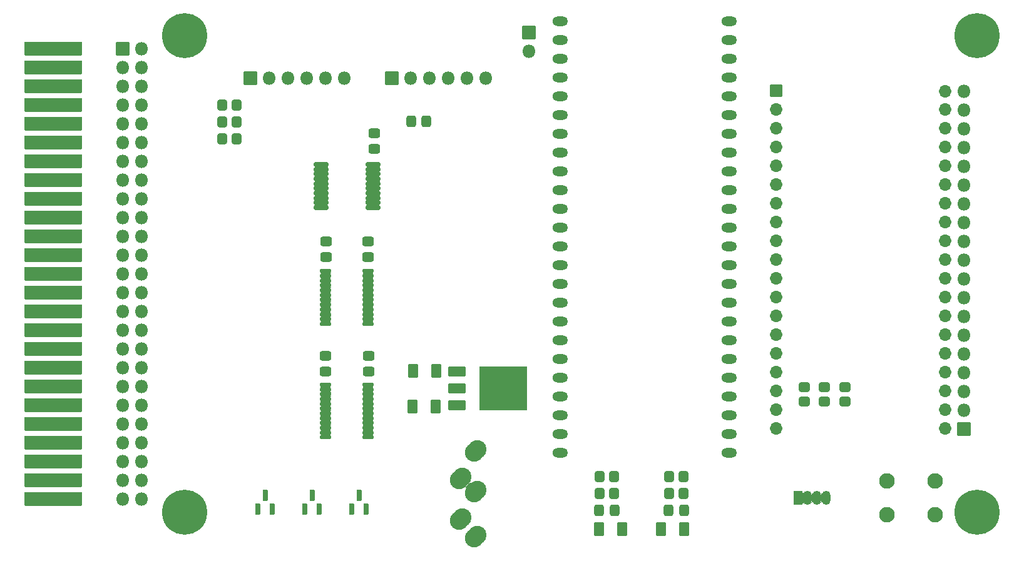
<source format=gbr>
%TF.GenerationSoftware,KiCad,Pcbnew,(6.0.7)*%
%TF.CreationDate,2022-09-12T23:00:32-07:00*%
%TF.ProjectId,TRS-IO-M3,5452532d-494f-42d4-9d33-2e6b69636164,rev?*%
%TF.SameCoordinates,Original*%
%TF.FileFunction,Soldermask,Top*%
%TF.FilePolarity,Negative*%
%FSLAX46Y46*%
G04 Gerber Fmt 4.6, Leading zero omitted, Abs format (unit mm)*
G04 Created by KiCad (PCBNEW (6.0.7)) date 2022-09-12 23:00:32*
%MOMM*%
%LPD*%
G01*
G04 APERTURE LIST*
G04 Aperture macros list*
%AMRoundRect*
0 Rectangle with rounded corners*
0 $1 Rounding radius*
0 $2 $3 $4 $5 $6 $7 $8 $9 X,Y pos of 4 corners*
0 Add a 4 corners polygon primitive as box body*
4,1,4,$2,$3,$4,$5,$6,$7,$8,$9,$2,$3,0*
0 Add four circle primitives for the rounded corners*
1,1,$1+$1,$2,$3*
1,1,$1+$1,$4,$5*
1,1,$1+$1,$6,$7*
1,1,$1+$1,$8,$9*
0 Add four rect primitives between the rounded corners*
20,1,$1+$1,$2,$3,$4,$5,0*
20,1,$1+$1,$4,$5,$6,$7,0*
20,1,$1+$1,$6,$7,$8,$9,0*
20,1,$1+$1,$8,$9,$2,$3,0*%
%AMHorizOval*
0 Thick line with rounded ends*
0 $1 width*
0 $2 $3 position (X,Y) of the first rounded end (center of the circle)*
0 $4 $5 position (X,Y) of the second rounded end (center of the circle)*
0 Add line between two ends*
20,1,$1,$2,$3,$4,$5,0*
0 Add two circle primitives to create the rounded ends*
1,1,$1,$2,$3*
1,1,$1,$4,$5*%
G04 Aperture macros list end*
%ADD10C,0.902000*%
%ADD11C,6.102000*%
%ADD12RoundRect,0.301000X0.350000X0.450000X-0.350000X0.450000X-0.350000X-0.450000X0.350000X-0.450000X0*%
%ADD13RoundRect,0.301000X-0.450000X0.350000X-0.450000X-0.350000X0.450000X-0.350000X0.450000X0.350000X0*%
%ADD14RoundRect,0.051000X0.850000X-0.850000X0.850000X0.850000X-0.850000X0.850000X-0.850000X-0.850000X0*%
%ADD15O,1.802000X1.802000*%
%ADD16RoundRect,0.301000X-0.475000X0.337500X-0.475000X-0.337500X0.475000X-0.337500X0.475000X0.337500X0*%
%ADD17O,2.102000X1.302000*%
%ADD18RoundRect,0.301000X0.475000X-0.337500X0.475000X0.337500X-0.475000X0.337500X-0.475000X-0.337500X0*%
%ADD19RoundRect,0.051000X-1.100000X-0.600000X1.100000X-0.600000X1.100000X0.600000X-1.100000X0.600000X0*%
%ADD20RoundRect,0.051000X-3.200000X-2.900000X3.200000X-2.900000X3.200000X2.900000X-3.200000X2.900000X0*%
%ADD21RoundRect,0.151000X-0.637500X-0.100000X0.637500X-0.100000X0.637500X0.100000X-0.637500X0.100000X0*%
%ADD22HorizOval,2.502000X-0.212132X-0.212132X0.212132X0.212132X0*%
%ADD23RoundRect,0.201000X0.150000X-0.587500X0.150000X0.587500X-0.150000X0.587500X-0.150000X-0.587500X0*%
%ADD24RoundRect,0.301000X-0.350000X-0.450000X0.350000X-0.450000X0.350000X0.450000X-0.350000X0.450000X0*%
%ADD25RoundRect,0.301000X0.412500X0.650000X-0.412500X0.650000X-0.412500X-0.650000X0.412500X-0.650000X0*%
%ADD26RoundRect,0.051000X-0.850000X-0.850000X0.850000X-0.850000X0.850000X0.850000X-0.850000X0.850000X0*%
%ADD27RoundRect,0.051000X-0.800000X-0.800000X0.800000X-0.800000X0.800000X0.800000X-0.800000X0.800000X0*%
%ADD28O,1.702000X1.702000*%
%ADD29RoundRect,0.301000X-0.337500X-0.475000X0.337500X-0.475000X0.337500X0.475000X-0.337500X0.475000X0*%
%ADD30RoundRect,0.051000X3.810000X-0.889000X3.810000X0.889000X-3.810000X0.889000X-3.810000X-0.889000X0*%
%ADD31RoundRect,0.051000X-0.535000X-0.900000X0.535000X-0.900000X0.535000X0.900000X-0.535000X0.900000X0*%
%ADD32O,1.172000X1.902000*%
%ADD33C,2.102000*%
%ADD34RoundRect,0.176000X-0.825000X-0.125000X0.825000X-0.125000X0.825000X0.125000X-0.825000X0.125000X0*%
%ADD35RoundRect,0.051000X0.850000X0.850000X-0.850000X0.850000X-0.850000X-0.850000X0.850000X-0.850000X0*%
G04 APERTURE END LIST*
D10*
%TO.C,H1*%
X123123010Y-62550990D03*
X126304990Y-59369010D03*
X124714000Y-63210000D03*
X122464000Y-60960000D03*
X124714000Y-58710000D03*
X126964000Y-60960000D03*
X123123010Y-59369010D03*
X126304990Y-62550990D03*
D11*
X124714000Y-60960000D03*
%TD*%
D10*
%TO.C,H2*%
X231950000Y-58710000D03*
X231950000Y-63210000D03*
X233540990Y-59369010D03*
X230359010Y-59369010D03*
X230359010Y-62550990D03*
X229700000Y-60960000D03*
D11*
X231950000Y-60960000D03*
D10*
X234200000Y-60960000D03*
X233540990Y-62550990D03*
%TD*%
%TO.C,H3*%
X123123010Y-123885010D03*
X126304990Y-127066990D03*
X124714000Y-123226000D03*
X122464000Y-125476000D03*
D11*
X124714000Y-125476000D03*
D10*
X123123010Y-127066990D03*
X126304990Y-123885010D03*
X124714000Y-127726000D03*
X126964000Y-125476000D03*
%TD*%
D11*
%TO.C,H4*%
X231950000Y-125476000D03*
D10*
X230359010Y-127066990D03*
X231950000Y-123226000D03*
X234200000Y-125476000D03*
X230359010Y-123885010D03*
X231950000Y-127726000D03*
X233540990Y-127066990D03*
X229700000Y-125476000D03*
X233540990Y-123885010D03*
%TD*%
D12*
%TO.C,R9*%
X131810000Y-72644000D03*
X129810000Y-72644000D03*
%TD*%
%TO.C,R8*%
X131810000Y-70358000D03*
X129810000Y-70358000D03*
%TD*%
D13*
%TO.C,R1*%
X208534000Y-108474000D03*
X208534000Y-110474000D03*
%TD*%
%TO.C,R2*%
X214068000Y-108474000D03*
X214068000Y-110474000D03*
%TD*%
D14*
%TO.C,J5*%
X133600000Y-66675000D03*
D15*
X136140000Y-66675000D03*
X138680000Y-66675000D03*
X141220000Y-66675000D03*
X143760000Y-66675000D03*
X146300000Y-66675000D03*
%TD*%
D16*
%TO.C,C6*%
X149650000Y-104312500D03*
X149650000Y-106387500D03*
%TD*%
D17*
%TO.C,U5*%
X175520000Y-58985000D03*
X175520000Y-61525000D03*
X175520000Y-64065000D03*
X175520000Y-66605000D03*
X175520000Y-69145000D03*
X175520000Y-71685000D03*
X175520000Y-74225000D03*
X175520000Y-76765000D03*
X175520000Y-79305000D03*
X175520000Y-81845000D03*
X175520000Y-84385000D03*
X175520000Y-86925000D03*
X175520000Y-89465000D03*
X175520000Y-92005000D03*
X175520000Y-94545000D03*
X175520000Y-97085000D03*
X175520000Y-99625000D03*
X175520000Y-102165000D03*
X175520000Y-104705000D03*
X175520000Y-107245000D03*
X175520000Y-109785000D03*
X175520000Y-112325000D03*
X175520000Y-114865000D03*
X175520000Y-117405000D03*
X198420000Y-117405000D03*
X198420000Y-114865000D03*
X198420000Y-112325000D03*
X198420000Y-109785000D03*
X198420000Y-107245000D03*
X198420000Y-104705000D03*
X198420000Y-102165000D03*
X198420000Y-99625000D03*
X198420000Y-97085000D03*
X198420000Y-94545000D03*
X198420000Y-92005000D03*
X198420000Y-89465000D03*
X198420000Y-86925000D03*
X198420000Y-84385000D03*
X198420000Y-81845000D03*
X198420000Y-79305000D03*
X198420000Y-76765000D03*
X198420000Y-74225000D03*
X198420000Y-71685000D03*
X198420000Y-69145000D03*
X198420000Y-66605000D03*
X198420000Y-64065000D03*
X198420000Y-61525000D03*
X198420000Y-58985000D03*
%TD*%
D18*
%TO.C,C1*%
X143850000Y-90887500D03*
X143850000Y-88812500D03*
%TD*%
D16*
%TO.C,C7*%
X150400000Y-74162500D03*
X150400000Y-76237500D03*
%TD*%
D19*
%TO.C,U4*%
X161544000Y-106433000D03*
X161544000Y-108713000D03*
D20*
X167844000Y-108713000D03*
D19*
X161544000Y-110993000D03*
%TD*%
D21*
%TO.C,U2*%
X143837500Y-108175000D03*
X143837500Y-108825000D03*
X143837500Y-109475000D03*
X143837500Y-110125000D03*
X143837500Y-110775000D03*
X143837500Y-111425000D03*
X143837500Y-112075000D03*
X143837500Y-112725000D03*
X143837500Y-113375000D03*
X143837500Y-114025000D03*
X143837500Y-114675000D03*
X143837500Y-115325000D03*
X149562500Y-115325000D03*
X149562500Y-114675000D03*
X149562500Y-114025000D03*
X149562500Y-113375000D03*
X149562500Y-112725000D03*
X149562500Y-112075000D03*
X149562500Y-111425000D03*
X149562500Y-110775000D03*
X149562500Y-110125000D03*
X149562500Y-109475000D03*
X149562500Y-108825000D03*
X149562500Y-108175000D03*
%TD*%
D16*
%TO.C,C3*%
X149600000Y-88812500D03*
X149600000Y-90887500D03*
%TD*%
D22*
%TO.C,J7*%
X162084000Y-120878000D03*
X164084000Y-122678000D03*
X164084000Y-128778000D03*
X162084000Y-126378000D03*
X164084000Y-117178000D03*
%TD*%
D23*
%TO.C,Q2*%
X141036000Y-124997500D03*
X142936000Y-124997500D03*
X141986000Y-123122500D03*
%TD*%
D24*
%TO.C,R7*%
X190262000Y-122936000D03*
X192262000Y-122936000D03*
%TD*%
D25*
%TO.C,C4*%
X158781500Y-106338000D03*
X155656500Y-106338000D03*
%TD*%
D26*
%TO.C,J4*%
X171300000Y-60475000D03*
D15*
X171300000Y-63015000D03*
%TD*%
D25*
%TO.C,C12*%
X192316500Y-127762000D03*
X189191500Y-127762000D03*
%TD*%
D27*
%TO.C,U6*%
X204750000Y-68400000D03*
D28*
X204750000Y-70940000D03*
X204750000Y-73480000D03*
X204750000Y-76020000D03*
X204750000Y-78560000D03*
X204750000Y-81100000D03*
X204750000Y-83640000D03*
X204750000Y-86180000D03*
X204750000Y-88720000D03*
X204750000Y-91260000D03*
X204750000Y-93800000D03*
X204750000Y-96340000D03*
X204750000Y-98880000D03*
X204750000Y-101420000D03*
X204750000Y-103960000D03*
X204750000Y-106500000D03*
X204750000Y-109040000D03*
X204750000Y-111580000D03*
X204750000Y-114120000D03*
X227610000Y-114120000D03*
X227610000Y-111580000D03*
X227610000Y-109040000D03*
X227610000Y-106500000D03*
X227610000Y-103960000D03*
X227610000Y-101420000D03*
X227610000Y-98880000D03*
X227610000Y-96340000D03*
X227610000Y-93800000D03*
X227610000Y-91260000D03*
X227610000Y-88720000D03*
X227610000Y-86180000D03*
X227610000Y-83640000D03*
X227610000Y-81100000D03*
X227610000Y-78560000D03*
X227610000Y-76020000D03*
X227610000Y-73480000D03*
X227610000Y-70940000D03*
X227610000Y-68463500D03*
%TD*%
D29*
%TO.C,C9*%
X180826500Y-125222000D03*
X182901500Y-125222000D03*
%TD*%
D30*
%TO.C,J1*%
X106934000Y-123698000D03*
X106934000Y-121158000D03*
X106934000Y-118618000D03*
X106934000Y-116078000D03*
X106934000Y-113538000D03*
X106934000Y-110998000D03*
X106934000Y-108458000D03*
X106934000Y-105918000D03*
X106934000Y-103378000D03*
X106934000Y-100838000D03*
X106934000Y-98298000D03*
X106934000Y-95758000D03*
X106934000Y-93218000D03*
X106934000Y-90678000D03*
X106934000Y-88138000D03*
X106934000Y-85598000D03*
X106934000Y-83058000D03*
X106934000Y-80518000D03*
X106934000Y-77978000D03*
X106934000Y-75438000D03*
X106934000Y-72898000D03*
X106934000Y-70358000D03*
X106934000Y-67818000D03*
X106934000Y-65278000D03*
X106934000Y-62738000D03*
%TD*%
D23*
%TO.C,Q1*%
X147386000Y-124997500D03*
X149286000Y-124997500D03*
X148336000Y-123122500D03*
%TD*%
D14*
%TO.C,J6*%
X152800000Y-66675000D03*
D15*
X155340000Y-66675000D03*
X157880000Y-66675000D03*
X160420000Y-66675000D03*
X162960000Y-66675000D03*
X165500000Y-66675000D03*
%TD*%
D13*
%TO.C,R3*%
X211274000Y-108474000D03*
X211274000Y-110474000D03*
%TD*%
D29*
%TO.C,C10*%
X190224500Y-125222000D03*
X192299500Y-125222000D03*
%TD*%
D24*
%TO.C,R4*%
X180864000Y-120650000D03*
X182864000Y-120650000D03*
%TD*%
%TO.C,R6*%
X180864000Y-122936000D03*
X182864000Y-122936000D03*
%TD*%
D31*
%TO.C,D1*%
X207750000Y-123500000D03*
D32*
X209020000Y-123500000D03*
X210290000Y-123500000D03*
X211560000Y-123500000D03*
%TD*%
D24*
%TO.C,R5*%
X190262000Y-120650000D03*
X192262000Y-120650000D03*
%TD*%
D15*
%TO.C,J2*%
X118867000Y-123703000D03*
X116327000Y-123703000D03*
X118867000Y-121163000D03*
X116327000Y-121163000D03*
X118867000Y-118623000D03*
X116327000Y-118623000D03*
X118867000Y-116083000D03*
X116327000Y-116083000D03*
X118867000Y-113543000D03*
X116327000Y-113543000D03*
X118867000Y-111003000D03*
X116327000Y-111003000D03*
X118867000Y-108463000D03*
X116327000Y-108463000D03*
X118867000Y-105923000D03*
X116327000Y-105923000D03*
X118867000Y-103383000D03*
X116327000Y-103383000D03*
X118867000Y-100843000D03*
X116327000Y-100843000D03*
X118867000Y-98303000D03*
X116327000Y-98303000D03*
X118867000Y-95763000D03*
X116327000Y-95763000D03*
X118867000Y-93223000D03*
X116327000Y-93223000D03*
X118867000Y-90683000D03*
X116327000Y-90683000D03*
X118867000Y-88143000D03*
X116327000Y-88143000D03*
X118867000Y-85603000D03*
X116327000Y-85603000D03*
X118867000Y-83063000D03*
X116327000Y-83063000D03*
X118867000Y-80523000D03*
X116327000Y-80523000D03*
X118867000Y-77983000D03*
X116327000Y-77983000D03*
X118867000Y-75443000D03*
X116327000Y-75443000D03*
X118867000Y-72903000D03*
X116327000Y-72903000D03*
X118867000Y-70363000D03*
X116327000Y-70363000D03*
X118867000Y-67823000D03*
X116327000Y-67823000D03*
X118867000Y-65283000D03*
X116327000Y-65283000D03*
X118867000Y-62743000D03*
D26*
X116327000Y-62743000D03*
%TD*%
D25*
%TO.C,C11*%
X183934500Y-127762000D03*
X180809500Y-127762000D03*
%TD*%
D18*
%TO.C,C2*%
X143800000Y-106387500D03*
X143800000Y-104312500D03*
%TD*%
D33*
%TO.C,SW1*%
X226250000Y-125750000D03*
X219750000Y-125750000D03*
X226250000Y-121250000D03*
X219750000Y-121250000D03*
%TD*%
D21*
%TO.C,U1*%
X143837500Y-92800000D03*
X143837500Y-93450000D03*
X143837500Y-94100000D03*
X143837500Y-94750000D03*
X143837500Y-95400000D03*
X143837500Y-96050000D03*
X143837500Y-96700000D03*
X143837500Y-97350000D03*
X143837500Y-98000000D03*
X143837500Y-98650000D03*
X143837500Y-99300000D03*
X143837500Y-99950000D03*
X149562500Y-99950000D03*
X149562500Y-99300000D03*
X149562500Y-98650000D03*
X149562500Y-98000000D03*
X149562500Y-97350000D03*
X149562500Y-96700000D03*
X149562500Y-96050000D03*
X149562500Y-95400000D03*
X149562500Y-94750000D03*
X149562500Y-94100000D03*
X149562500Y-93450000D03*
X149562500Y-92800000D03*
%TD*%
D25*
%TO.C,C5*%
X158731500Y-111138000D03*
X155606500Y-111138000D03*
%TD*%
D29*
%TO.C,C8*%
X155375000Y-72550000D03*
X157450000Y-72550000D03*
%TD*%
D34*
%TO.C,U3*%
X143200000Y-78375000D03*
X143200000Y-79025000D03*
X143200000Y-79675000D03*
X143200000Y-80325000D03*
X143200000Y-80975000D03*
X143200000Y-81625000D03*
X143200000Y-82275000D03*
X143200000Y-82925000D03*
X143200000Y-83575000D03*
X143200000Y-84225000D03*
X150200000Y-84225000D03*
X150200000Y-83575000D03*
X150200000Y-82925000D03*
X150200000Y-82275000D03*
X150200000Y-81625000D03*
X150200000Y-80975000D03*
X150200000Y-80325000D03*
X150200000Y-79675000D03*
X150200000Y-79025000D03*
X150200000Y-78375000D03*
%TD*%
D35*
%TO.C,J3*%
X230150000Y-114150000D03*
D15*
X230150000Y-111610000D03*
X230150000Y-109070000D03*
X230150000Y-106530000D03*
X230150000Y-103990000D03*
X230150000Y-101450000D03*
X230150000Y-98910000D03*
X230150000Y-96370000D03*
X230150000Y-93830000D03*
X230150000Y-91290000D03*
X230150000Y-88750000D03*
X230150000Y-86210000D03*
X230150000Y-83670000D03*
X230150000Y-81130000D03*
X230150000Y-78590000D03*
X230150000Y-76050000D03*
X230150000Y-73510000D03*
X230150000Y-70970000D03*
X230150000Y-68430000D03*
%TD*%
D12*
%TO.C,R10*%
X131810000Y-74930000D03*
X129810000Y-74930000D03*
%TD*%
D23*
%TO.C,Q3*%
X134686000Y-124997500D03*
X136586000Y-124997500D03*
X135636000Y-123122500D03*
%TD*%
G36*
X208337919Y-122702267D02*
G01*
X208357595Y-122769279D01*
X208409938Y-122814634D01*
X208478491Y-122824491D01*
X208541647Y-122795648D01*
X208561702Y-122773450D01*
X208583559Y-122742350D01*
X208583880Y-122741993D01*
X208592637Y-122734354D01*
X208594600Y-122733969D01*
X208595915Y-122735476D01*
X208595539Y-122737079D01*
X208514255Y-122843010D01*
X208455916Y-122983854D01*
X208436000Y-123135132D01*
X208436000Y-123864868D01*
X208455916Y-124016146D01*
X208514255Y-124156990D01*
X208593646Y-124260455D01*
X208593907Y-124262438D01*
X208592320Y-124263656D01*
X208590728Y-124263166D01*
X208579790Y-124253420D01*
X208579473Y-124253060D01*
X208562528Y-124228406D01*
X208508578Y-124184506D01*
X208439750Y-124176775D01*
X208377671Y-124207481D01*
X208341962Y-124267018D01*
X208337984Y-124298092D01*
X208336772Y-124299683D01*
X208334788Y-124299429D01*
X208334000Y-124297838D01*
X208334000Y-122702830D01*
X208335000Y-122701098D01*
X208337000Y-122701098D01*
X208337919Y-122702267D01*
G37*
G36*
X211049359Y-122853141D02*
G01*
X211049393Y-122854748D01*
X210995916Y-122983854D01*
X210976000Y-123135132D01*
X210976000Y-123864868D01*
X210995916Y-124016146D01*
X211048204Y-124142380D01*
X211047943Y-124144363D01*
X211046095Y-124145128D01*
X211044708Y-124144278D01*
X211031993Y-124125778D01*
X211031466Y-124125820D01*
X211030730Y-124125220D01*
X210997864Y-124081704D01*
X210932869Y-124057778D01*
X210865259Y-124072789D01*
X210816329Y-124122137D01*
X210810003Y-124135800D01*
X210807504Y-124142209D01*
X210807277Y-124142633D01*
X210804091Y-124147167D01*
X210802277Y-124148009D01*
X210800641Y-124146859D01*
X210800607Y-124145252D01*
X210854084Y-124016146D01*
X210874000Y-123864868D01*
X210874000Y-123135132D01*
X210854084Y-122983854D01*
X210801796Y-122857620D01*
X210802057Y-122855637D01*
X210803905Y-122854872D01*
X210805292Y-122855722D01*
X210818007Y-122874222D01*
X210818534Y-122874180D01*
X210819270Y-122874780D01*
X210852136Y-122918296D01*
X210917131Y-122942222D01*
X210984741Y-122927211D01*
X211033671Y-122877863D01*
X211039997Y-122864200D01*
X211042496Y-122857791D01*
X211042723Y-122857367D01*
X211045909Y-122852833D01*
X211047723Y-122851991D01*
X211049359Y-122853141D01*
G37*
G36*
X209779359Y-122853141D02*
G01*
X209779393Y-122854748D01*
X209725916Y-122983854D01*
X209706000Y-123135132D01*
X209706000Y-123864868D01*
X209725916Y-124016146D01*
X209778204Y-124142380D01*
X209777943Y-124144363D01*
X209776095Y-124145128D01*
X209774708Y-124144278D01*
X209761993Y-124125778D01*
X209761466Y-124125820D01*
X209760730Y-124125220D01*
X209727864Y-124081704D01*
X209662869Y-124057778D01*
X209595259Y-124072789D01*
X209546329Y-124122137D01*
X209540003Y-124135800D01*
X209537504Y-124142209D01*
X209537277Y-124142633D01*
X209534091Y-124147167D01*
X209532277Y-124148009D01*
X209530641Y-124146859D01*
X209530607Y-124145252D01*
X209584084Y-124016146D01*
X209604000Y-123864868D01*
X209604000Y-123135132D01*
X209584084Y-122983854D01*
X209531796Y-122857620D01*
X209532057Y-122855637D01*
X209533905Y-122854872D01*
X209535292Y-122855722D01*
X209548007Y-122874222D01*
X209548534Y-122874180D01*
X209549270Y-122874780D01*
X209582136Y-122918296D01*
X209647131Y-122942222D01*
X209714741Y-122927211D01*
X209763671Y-122877863D01*
X209769997Y-122864200D01*
X209772496Y-122857791D01*
X209772723Y-122857367D01*
X209775909Y-122852833D01*
X209777723Y-122851991D01*
X209779359Y-122853141D01*
G37*
G36*
X163367960Y-121303711D02*
G01*
X163368173Y-121305207D01*
X163351340Y-121372290D01*
X163373477Y-121437914D01*
X163427580Y-121481153D01*
X163496549Y-121488286D01*
X163536581Y-121471618D01*
X163538565Y-121471875D01*
X163539333Y-121473721D01*
X163538448Y-121475136D01*
X163520292Y-121487062D01*
X163412917Y-121582729D01*
X162988755Y-122006891D01*
X162846259Y-122177315D01*
X162803503Y-122252274D01*
X162801776Y-122253283D01*
X162800039Y-122252292D01*
X162799826Y-122250796D01*
X162816659Y-122183711D01*
X162794523Y-122118087D01*
X162740420Y-122074848D01*
X162671451Y-122067715D01*
X162631416Y-122084384D01*
X162629432Y-122084127D01*
X162628664Y-122082281D01*
X162629549Y-122080866D01*
X162647708Y-122068938D01*
X162755083Y-121973271D01*
X163179245Y-121549109D01*
X163321741Y-121378685D01*
X163364496Y-121303729D01*
X163366223Y-121302720D01*
X163367960Y-121303711D01*
G37*
G36*
X144552587Y-114902477D02*
G01*
X144552126Y-114903891D01*
X144512803Y-114950944D01*
X144504170Y-115019660D01*
X144534133Y-115082289D01*
X144542803Y-115089800D01*
X144543457Y-115091690D01*
X144542147Y-115093202D01*
X144540382Y-115092975D01*
X144532006Y-115087379D01*
X144474801Y-115076000D01*
X143200199Y-115076000D01*
X143142994Y-115087379D01*
X143125520Y-115099055D01*
X143123524Y-115099186D01*
X143122413Y-115097523D01*
X143122874Y-115096109D01*
X143162197Y-115049056D01*
X143170830Y-114980340D01*
X143140867Y-114917711D01*
X143132197Y-114910200D01*
X143131543Y-114908310D01*
X143132853Y-114906798D01*
X143134618Y-114907025D01*
X143142994Y-114912621D01*
X143200199Y-114924000D01*
X144474801Y-114924000D01*
X144532006Y-114912621D01*
X144549480Y-114900945D01*
X144551476Y-114900814D01*
X144552587Y-114902477D01*
G37*
G36*
X150277587Y-114902477D02*
G01*
X150277126Y-114903891D01*
X150237803Y-114950944D01*
X150229170Y-115019660D01*
X150259133Y-115082289D01*
X150267803Y-115089800D01*
X150268457Y-115091690D01*
X150267147Y-115093202D01*
X150265382Y-115092975D01*
X150257006Y-115087379D01*
X150199801Y-115076000D01*
X148925199Y-115076000D01*
X148867994Y-115087379D01*
X148850520Y-115099055D01*
X148848524Y-115099186D01*
X148847413Y-115097523D01*
X148847874Y-115096109D01*
X148887197Y-115049056D01*
X148895830Y-114980340D01*
X148865867Y-114917711D01*
X148857197Y-114910200D01*
X148856543Y-114908310D01*
X148857853Y-114906798D01*
X148859618Y-114907025D01*
X148867994Y-114912621D01*
X148925199Y-114924000D01*
X150199801Y-114924000D01*
X150257006Y-114912621D01*
X150274480Y-114900945D01*
X150276476Y-114900814D01*
X150277587Y-114902477D01*
G37*
G36*
X144552587Y-114252477D02*
G01*
X144552126Y-114253891D01*
X144512803Y-114300944D01*
X144504170Y-114369660D01*
X144534133Y-114432289D01*
X144542803Y-114439800D01*
X144543457Y-114441690D01*
X144542147Y-114443202D01*
X144540382Y-114442975D01*
X144532006Y-114437379D01*
X144474801Y-114426000D01*
X143200199Y-114426000D01*
X143142994Y-114437379D01*
X143125520Y-114449055D01*
X143123524Y-114449186D01*
X143122413Y-114447523D01*
X143122874Y-114446109D01*
X143162197Y-114399056D01*
X143170830Y-114330340D01*
X143140867Y-114267711D01*
X143132197Y-114260200D01*
X143131543Y-114258310D01*
X143132853Y-114256798D01*
X143134618Y-114257025D01*
X143142994Y-114262621D01*
X143200199Y-114274000D01*
X144474801Y-114274000D01*
X144532006Y-114262621D01*
X144549480Y-114250945D01*
X144551476Y-114250814D01*
X144552587Y-114252477D01*
G37*
G36*
X150277587Y-114252477D02*
G01*
X150277126Y-114253891D01*
X150237803Y-114300944D01*
X150229170Y-114369660D01*
X150259133Y-114432289D01*
X150267803Y-114439800D01*
X150268457Y-114441690D01*
X150267147Y-114443202D01*
X150265382Y-114442975D01*
X150257006Y-114437379D01*
X150199801Y-114426000D01*
X148925199Y-114426000D01*
X148867994Y-114437379D01*
X148850520Y-114449055D01*
X148848524Y-114449186D01*
X148847413Y-114447523D01*
X148847874Y-114446109D01*
X148887197Y-114399056D01*
X148895830Y-114330340D01*
X148865867Y-114267711D01*
X148857197Y-114260200D01*
X148856543Y-114258310D01*
X148857853Y-114256798D01*
X148859618Y-114257025D01*
X148867994Y-114262621D01*
X148925199Y-114274000D01*
X150199801Y-114274000D01*
X150257006Y-114262621D01*
X150274480Y-114250945D01*
X150276476Y-114250814D01*
X150277587Y-114252477D01*
G37*
G36*
X144552587Y-113602477D02*
G01*
X144552126Y-113603891D01*
X144512803Y-113650944D01*
X144504170Y-113719660D01*
X144534133Y-113782289D01*
X144542803Y-113789800D01*
X144543457Y-113791690D01*
X144542147Y-113793202D01*
X144540382Y-113792975D01*
X144532006Y-113787379D01*
X144474801Y-113776000D01*
X143200199Y-113776000D01*
X143142994Y-113787379D01*
X143125520Y-113799055D01*
X143123524Y-113799186D01*
X143122413Y-113797523D01*
X143122874Y-113796109D01*
X143162197Y-113749056D01*
X143170830Y-113680340D01*
X143140867Y-113617711D01*
X143132197Y-113610200D01*
X143131543Y-113608310D01*
X143132853Y-113606798D01*
X143134618Y-113607025D01*
X143142994Y-113612621D01*
X143200199Y-113624000D01*
X144474801Y-113624000D01*
X144532006Y-113612621D01*
X144549480Y-113600945D01*
X144551476Y-113600814D01*
X144552587Y-113602477D01*
G37*
G36*
X150277587Y-113602477D02*
G01*
X150277126Y-113603891D01*
X150237803Y-113650944D01*
X150229170Y-113719660D01*
X150259133Y-113782289D01*
X150267803Y-113789800D01*
X150268457Y-113791690D01*
X150267147Y-113793202D01*
X150265382Y-113792975D01*
X150257006Y-113787379D01*
X150199801Y-113776000D01*
X148925199Y-113776000D01*
X148867994Y-113787379D01*
X148850520Y-113799055D01*
X148848524Y-113799186D01*
X148847413Y-113797523D01*
X148847874Y-113796109D01*
X148887197Y-113749056D01*
X148895830Y-113680340D01*
X148865867Y-113617711D01*
X148857197Y-113610200D01*
X148856543Y-113608310D01*
X148857853Y-113606798D01*
X148859618Y-113607025D01*
X148867994Y-113612621D01*
X148925199Y-113624000D01*
X150199801Y-113624000D01*
X150257006Y-113612621D01*
X150274480Y-113600945D01*
X150276476Y-113600814D01*
X150277587Y-113602477D01*
G37*
G36*
X150277587Y-112952477D02*
G01*
X150277126Y-112953891D01*
X150237803Y-113000944D01*
X150229170Y-113069660D01*
X150259133Y-113132289D01*
X150267803Y-113139800D01*
X150268457Y-113141690D01*
X150267147Y-113143202D01*
X150265382Y-113142975D01*
X150257006Y-113137379D01*
X150199801Y-113126000D01*
X148925199Y-113126000D01*
X148867994Y-113137379D01*
X148850520Y-113149055D01*
X148848524Y-113149186D01*
X148847413Y-113147523D01*
X148847874Y-113146109D01*
X148887197Y-113099056D01*
X148895830Y-113030340D01*
X148865867Y-112967711D01*
X148857197Y-112960200D01*
X148856543Y-112958310D01*
X148857853Y-112956798D01*
X148859618Y-112957025D01*
X148867994Y-112962621D01*
X148925199Y-112974000D01*
X150199801Y-112974000D01*
X150257006Y-112962621D01*
X150274480Y-112950945D01*
X150276476Y-112950814D01*
X150277587Y-112952477D01*
G37*
G36*
X144552587Y-112952477D02*
G01*
X144552126Y-112953891D01*
X144512803Y-113000944D01*
X144504170Y-113069660D01*
X144534133Y-113132289D01*
X144542803Y-113139800D01*
X144543457Y-113141690D01*
X144542147Y-113143202D01*
X144540382Y-113142975D01*
X144532006Y-113137379D01*
X144474801Y-113126000D01*
X143200199Y-113126000D01*
X143142994Y-113137379D01*
X143125520Y-113149055D01*
X143123524Y-113149186D01*
X143122413Y-113147523D01*
X143122874Y-113146109D01*
X143162197Y-113099056D01*
X143170830Y-113030340D01*
X143140867Y-112967711D01*
X143132197Y-112960200D01*
X143131543Y-112958310D01*
X143132853Y-112956798D01*
X143134618Y-112957025D01*
X143142994Y-112962621D01*
X143200199Y-112974000D01*
X144474801Y-112974000D01*
X144532006Y-112962621D01*
X144549480Y-112950945D01*
X144551476Y-112950814D01*
X144552587Y-112952477D01*
G37*
G36*
X150277587Y-112302477D02*
G01*
X150277126Y-112303891D01*
X150237803Y-112350944D01*
X150229170Y-112419660D01*
X150259133Y-112482289D01*
X150267803Y-112489800D01*
X150268457Y-112491690D01*
X150267147Y-112493202D01*
X150265382Y-112492975D01*
X150257006Y-112487379D01*
X150199801Y-112476000D01*
X148925199Y-112476000D01*
X148867994Y-112487379D01*
X148850520Y-112499055D01*
X148848524Y-112499186D01*
X148847413Y-112497523D01*
X148847874Y-112496109D01*
X148887197Y-112449056D01*
X148895830Y-112380340D01*
X148865867Y-112317711D01*
X148857197Y-112310200D01*
X148856543Y-112308310D01*
X148857853Y-112306798D01*
X148859618Y-112307025D01*
X148867994Y-112312621D01*
X148925199Y-112324000D01*
X150199801Y-112324000D01*
X150257006Y-112312621D01*
X150274480Y-112300945D01*
X150276476Y-112300814D01*
X150277587Y-112302477D01*
G37*
G36*
X144552587Y-112302477D02*
G01*
X144552126Y-112303891D01*
X144512803Y-112350944D01*
X144504170Y-112419660D01*
X144534133Y-112482289D01*
X144542803Y-112489800D01*
X144543457Y-112491690D01*
X144542147Y-112493202D01*
X144540382Y-112492975D01*
X144532006Y-112487379D01*
X144474801Y-112476000D01*
X143200199Y-112476000D01*
X143142994Y-112487379D01*
X143125520Y-112499055D01*
X143123524Y-112499186D01*
X143122413Y-112497523D01*
X143122874Y-112496109D01*
X143162197Y-112449056D01*
X143170830Y-112380340D01*
X143140867Y-112317711D01*
X143132197Y-112310200D01*
X143131543Y-112308310D01*
X143132853Y-112306798D01*
X143134618Y-112307025D01*
X143142994Y-112312621D01*
X143200199Y-112324000D01*
X144474801Y-112324000D01*
X144532006Y-112312621D01*
X144549480Y-112300945D01*
X144551476Y-112300814D01*
X144552587Y-112302477D01*
G37*
G36*
X150277587Y-111652477D02*
G01*
X150277126Y-111653891D01*
X150237803Y-111700944D01*
X150229170Y-111769660D01*
X150259133Y-111832289D01*
X150267803Y-111839800D01*
X150268457Y-111841690D01*
X150267147Y-111843202D01*
X150265382Y-111842975D01*
X150257006Y-111837379D01*
X150199801Y-111826000D01*
X148925199Y-111826000D01*
X148867994Y-111837379D01*
X148850520Y-111849055D01*
X148848524Y-111849186D01*
X148847413Y-111847523D01*
X148847874Y-111846109D01*
X148887197Y-111799056D01*
X148895830Y-111730340D01*
X148865867Y-111667711D01*
X148857197Y-111660200D01*
X148856543Y-111658310D01*
X148857853Y-111656798D01*
X148859618Y-111657025D01*
X148867994Y-111662621D01*
X148925199Y-111674000D01*
X150199801Y-111674000D01*
X150257006Y-111662621D01*
X150274480Y-111650945D01*
X150276476Y-111650814D01*
X150277587Y-111652477D01*
G37*
G36*
X144552587Y-111652477D02*
G01*
X144552126Y-111653891D01*
X144512803Y-111700944D01*
X144504170Y-111769660D01*
X144534133Y-111832289D01*
X144542803Y-111839800D01*
X144543457Y-111841690D01*
X144542147Y-111843202D01*
X144540382Y-111842975D01*
X144532006Y-111837379D01*
X144474801Y-111826000D01*
X143200199Y-111826000D01*
X143142994Y-111837379D01*
X143125520Y-111849055D01*
X143123524Y-111849186D01*
X143122413Y-111847523D01*
X143122874Y-111846109D01*
X143162197Y-111799056D01*
X143170830Y-111730340D01*
X143140867Y-111667711D01*
X143132197Y-111660200D01*
X143131543Y-111658310D01*
X143132853Y-111656798D01*
X143134618Y-111657025D01*
X143142994Y-111662621D01*
X143200199Y-111674000D01*
X144474801Y-111674000D01*
X144532006Y-111662621D01*
X144549480Y-111650945D01*
X144551476Y-111650814D01*
X144552587Y-111652477D01*
G37*
G36*
X144552587Y-111002477D02*
G01*
X144552126Y-111003891D01*
X144512803Y-111050944D01*
X144504170Y-111119660D01*
X144534133Y-111182289D01*
X144542803Y-111189800D01*
X144543457Y-111191690D01*
X144542147Y-111193202D01*
X144540382Y-111192975D01*
X144532006Y-111187379D01*
X144474801Y-111176000D01*
X143200199Y-111176000D01*
X143142994Y-111187379D01*
X143125520Y-111199055D01*
X143123524Y-111199186D01*
X143122413Y-111197523D01*
X143122874Y-111196109D01*
X143162197Y-111149056D01*
X143170830Y-111080340D01*
X143140867Y-111017711D01*
X143132197Y-111010200D01*
X143131543Y-111008310D01*
X143132853Y-111006798D01*
X143134618Y-111007025D01*
X143142994Y-111012621D01*
X143200199Y-111024000D01*
X144474801Y-111024000D01*
X144532006Y-111012621D01*
X144549480Y-111000945D01*
X144551476Y-111000814D01*
X144552587Y-111002477D01*
G37*
G36*
X150277587Y-111002477D02*
G01*
X150277126Y-111003891D01*
X150237803Y-111050944D01*
X150229170Y-111119660D01*
X150259133Y-111182289D01*
X150267803Y-111189800D01*
X150268457Y-111191690D01*
X150267147Y-111193202D01*
X150265382Y-111192975D01*
X150257006Y-111187379D01*
X150199801Y-111176000D01*
X148925199Y-111176000D01*
X148867994Y-111187379D01*
X148850520Y-111199055D01*
X148848524Y-111199186D01*
X148847413Y-111197523D01*
X148847874Y-111196109D01*
X148887197Y-111149056D01*
X148895830Y-111080340D01*
X148865867Y-111017711D01*
X148857197Y-111010200D01*
X148856543Y-111008310D01*
X148857853Y-111006798D01*
X148859618Y-111007025D01*
X148867994Y-111012621D01*
X148925199Y-111024000D01*
X150199801Y-111024000D01*
X150257006Y-111012621D01*
X150274480Y-111000945D01*
X150276476Y-111000814D01*
X150277587Y-111002477D01*
G37*
G36*
X144552587Y-110352477D02*
G01*
X144552126Y-110353891D01*
X144512803Y-110400944D01*
X144504170Y-110469660D01*
X144534133Y-110532289D01*
X144542803Y-110539800D01*
X144543457Y-110541690D01*
X144542147Y-110543202D01*
X144540382Y-110542975D01*
X144532006Y-110537379D01*
X144474801Y-110526000D01*
X143200199Y-110526000D01*
X143142994Y-110537379D01*
X143125520Y-110549055D01*
X143123524Y-110549186D01*
X143122413Y-110547523D01*
X143122874Y-110546109D01*
X143162197Y-110499056D01*
X143170830Y-110430340D01*
X143140867Y-110367711D01*
X143132197Y-110360200D01*
X143131543Y-110358310D01*
X143132853Y-110356798D01*
X143134618Y-110357025D01*
X143142994Y-110362621D01*
X143200199Y-110374000D01*
X144474801Y-110374000D01*
X144532006Y-110362621D01*
X144549480Y-110350945D01*
X144551476Y-110350814D01*
X144552587Y-110352477D01*
G37*
G36*
X150277587Y-110352477D02*
G01*
X150277126Y-110353891D01*
X150237803Y-110400944D01*
X150229170Y-110469660D01*
X150259133Y-110532289D01*
X150267803Y-110539800D01*
X150268457Y-110541690D01*
X150267147Y-110543202D01*
X150265382Y-110542975D01*
X150257006Y-110537379D01*
X150199801Y-110526000D01*
X148925199Y-110526000D01*
X148867994Y-110537379D01*
X148850520Y-110549055D01*
X148848524Y-110549186D01*
X148847413Y-110547523D01*
X148847874Y-110546109D01*
X148887197Y-110499056D01*
X148895830Y-110430340D01*
X148865867Y-110367711D01*
X148857197Y-110360200D01*
X148856543Y-110358310D01*
X148857853Y-110356798D01*
X148859618Y-110357025D01*
X148867994Y-110362621D01*
X148925199Y-110374000D01*
X150199801Y-110374000D01*
X150257006Y-110362621D01*
X150274480Y-110350945D01*
X150276476Y-110350814D01*
X150277587Y-110352477D01*
G37*
G36*
X144552587Y-109702477D02*
G01*
X144552126Y-109703891D01*
X144512803Y-109750944D01*
X144504170Y-109819660D01*
X144534133Y-109882289D01*
X144542803Y-109889800D01*
X144543457Y-109891690D01*
X144542147Y-109893202D01*
X144540382Y-109892975D01*
X144532006Y-109887379D01*
X144474801Y-109876000D01*
X143200199Y-109876000D01*
X143142994Y-109887379D01*
X143125520Y-109899055D01*
X143123524Y-109899186D01*
X143122413Y-109897523D01*
X143122874Y-109896109D01*
X143162197Y-109849056D01*
X143170830Y-109780340D01*
X143140867Y-109717711D01*
X143132197Y-109710200D01*
X143131543Y-109708310D01*
X143132853Y-109706798D01*
X143134618Y-109707025D01*
X143142994Y-109712621D01*
X143200199Y-109724000D01*
X144474801Y-109724000D01*
X144532006Y-109712621D01*
X144549480Y-109700945D01*
X144551476Y-109700814D01*
X144552587Y-109702477D01*
G37*
G36*
X150277587Y-109702477D02*
G01*
X150277126Y-109703891D01*
X150237803Y-109750944D01*
X150229170Y-109819660D01*
X150259133Y-109882289D01*
X150267803Y-109889800D01*
X150268457Y-109891690D01*
X150267147Y-109893202D01*
X150265382Y-109892975D01*
X150257006Y-109887379D01*
X150199801Y-109876000D01*
X148925199Y-109876000D01*
X148867994Y-109887379D01*
X148850520Y-109899055D01*
X148848524Y-109899186D01*
X148847413Y-109897523D01*
X148847874Y-109896109D01*
X148887197Y-109849056D01*
X148895830Y-109780340D01*
X148865867Y-109717711D01*
X148857197Y-109710200D01*
X148856543Y-109708310D01*
X148857853Y-109706798D01*
X148859618Y-109707025D01*
X148867994Y-109712621D01*
X148925199Y-109724000D01*
X150199801Y-109724000D01*
X150257006Y-109712621D01*
X150274480Y-109700945D01*
X150276476Y-109700814D01*
X150277587Y-109702477D01*
G37*
G36*
X144552587Y-109052477D02*
G01*
X144552126Y-109053891D01*
X144512803Y-109100944D01*
X144504170Y-109169660D01*
X144534133Y-109232289D01*
X144542803Y-109239800D01*
X144543457Y-109241690D01*
X144542147Y-109243202D01*
X144540382Y-109242975D01*
X144532006Y-109237379D01*
X144474801Y-109226000D01*
X143200199Y-109226000D01*
X143142994Y-109237379D01*
X143125520Y-109249055D01*
X143123524Y-109249186D01*
X143122413Y-109247523D01*
X143122874Y-109246109D01*
X143162197Y-109199056D01*
X143170830Y-109130340D01*
X143140867Y-109067711D01*
X143132197Y-109060200D01*
X143131543Y-109058310D01*
X143132853Y-109056798D01*
X143134618Y-109057025D01*
X143142994Y-109062621D01*
X143200199Y-109074000D01*
X144474801Y-109074000D01*
X144532006Y-109062621D01*
X144549480Y-109050945D01*
X144551476Y-109050814D01*
X144552587Y-109052477D01*
G37*
G36*
X150277587Y-109052477D02*
G01*
X150277126Y-109053891D01*
X150237803Y-109100944D01*
X150229170Y-109169660D01*
X150259133Y-109232289D01*
X150267803Y-109239800D01*
X150268457Y-109241690D01*
X150267147Y-109243202D01*
X150265382Y-109242975D01*
X150257006Y-109237379D01*
X150199801Y-109226000D01*
X148925199Y-109226000D01*
X148867994Y-109237379D01*
X148850520Y-109249055D01*
X148848524Y-109249186D01*
X148847413Y-109247523D01*
X148847874Y-109246109D01*
X148887197Y-109199056D01*
X148895830Y-109130340D01*
X148865867Y-109067711D01*
X148857197Y-109060200D01*
X148856543Y-109058310D01*
X148857853Y-109056798D01*
X148859618Y-109057025D01*
X148867994Y-109062621D01*
X148925199Y-109074000D01*
X150199801Y-109074000D01*
X150257006Y-109062621D01*
X150274480Y-109050945D01*
X150276476Y-109050814D01*
X150277587Y-109052477D01*
G37*
G36*
X144552587Y-108402477D02*
G01*
X144552126Y-108403891D01*
X144512803Y-108450944D01*
X144504170Y-108519660D01*
X144534133Y-108582289D01*
X144542803Y-108589800D01*
X144543457Y-108591690D01*
X144542147Y-108593202D01*
X144540382Y-108592975D01*
X144532006Y-108587379D01*
X144474801Y-108576000D01*
X143200199Y-108576000D01*
X143142994Y-108587379D01*
X143125520Y-108599055D01*
X143123524Y-108599186D01*
X143122413Y-108597523D01*
X143122874Y-108596109D01*
X143162197Y-108549056D01*
X143170830Y-108480340D01*
X143140867Y-108417711D01*
X143132197Y-108410200D01*
X143131543Y-108408310D01*
X143132853Y-108406798D01*
X143134618Y-108407025D01*
X143142994Y-108412621D01*
X143200199Y-108424000D01*
X144474801Y-108424000D01*
X144532006Y-108412621D01*
X144549480Y-108400945D01*
X144551476Y-108400814D01*
X144552587Y-108402477D01*
G37*
G36*
X150277587Y-108402477D02*
G01*
X150277126Y-108403891D01*
X150237803Y-108450944D01*
X150229170Y-108519660D01*
X150259133Y-108582289D01*
X150267803Y-108589800D01*
X150268457Y-108591690D01*
X150267147Y-108593202D01*
X150265382Y-108592975D01*
X150257006Y-108587379D01*
X150199801Y-108576000D01*
X148925199Y-108576000D01*
X148867994Y-108587379D01*
X148850520Y-108599055D01*
X148848524Y-108599186D01*
X148847413Y-108597523D01*
X148847874Y-108596109D01*
X148887197Y-108549056D01*
X148895830Y-108480340D01*
X148865867Y-108417711D01*
X148857197Y-108410200D01*
X148856543Y-108408310D01*
X148857853Y-108406798D01*
X148859618Y-108407025D01*
X148867994Y-108412621D01*
X148925199Y-108424000D01*
X150199801Y-108424000D01*
X150257006Y-108412621D01*
X150274480Y-108400945D01*
X150276476Y-108400814D01*
X150277587Y-108402477D01*
G37*
G36*
X144552587Y-99527477D02*
G01*
X144552126Y-99528891D01*
X144512803Y-99575944D01*
X144504170Y-99644660D01*
X144534133Y-99707289D01*
X144542803Y-99714800D01*
X144543457Y-99716690D01*
X144542147Y-99718202D01*
X144540382Y-99717975D01*
X144532006Y-99712379D01*
X144474801Y-99701000D01*
X143200199Y-99701000D01*
X143142994Y-99712379D01*
X143125520Y-99724055D01*
X143123524Y-99724186D01*
X143122413Y-99722523D01*
X143122874Y-99721109D01*
X143162197Y-99674056D01*
X143170830Y-99605340D01*
X143140867Y-99542711D01*
X143132197Y-99535200D01*
X143131543Y-99533310D01*
X143132853Y-99531798D01*
X143134618Y-99532025D01*
X143142994Y-99537621D01*
X143200199Y-99549000D01*
X144474801Y-99549000D01*
X144532006Y-99537621D01*
X144549480Y-99525945D01*
X144551476Y-99525814D01*
X144552587Y-99527477D01*
G37*
G36*
X150277587Y-99527477D02*
G01*
X150277126Y-99528891D01*
X150237803Y-99575944D01*
X150229170Y-99644660D01*
X150259133Y-99707289D01*
X150267803Y-99714800D01*
X150268457Y-99716690D01*
X150267147Y-99718202D01*
X150265382Y-99717975D01*
X150257006Y-99712379D01*
X150199801Y-99701000D01*
X148925199Y-99701000D01*
X148867994Y-99712379D01*
X148850520Y-99724055D01*
X148848524Y-99724186D01*
X148847413Y-99722523D01*
X148847874Y-99721109D01*
X148887197Y-99674056D01*
X148895830Y-99605340D01*
X148865867Y-99542711D01*
X148857197Y-99535200D01*
X148856543Y-99533310D01*
X148857853Y-99531798D01*
X148859618Y-99532025D01*
X148867994Y-99537621D01*
X148925199Y-99549000D01*
X150199801Y-99549000D01*
X150257006Y-99537621D01*
X150274480Y-99525945D01*
X150276476Y-99525814D01*
X150277587Y-99527477D01*
G37*
G36*
X150277587Y-98877477D02*
G01*
X150277126Y-98878891D01*
X150237803Y-98925944D01*
X150229170Y-98994660D01*
X150259133Y-99057289D01*
X150267803Y-99064800D01*
X150268457Y-99066690D01*
X150267147Y-99068202D01*
X150265382Y-99067975D01*
X150257006Y-99062379D01*
X150199801Y-99051000D01*
X148925199Y-99051000D01*
X148867994Y-99062379D01*
X148850520Y-99074055D01*
X148848524Y-99074186D01*
X148847413Y-99072523D01*
X148847874Y-99071109D01*
X148887197Y-99024056D01*
X148895830Y-98955340D01*
X148865867Y-98892711D01*
X148857197Y-98885200D01*
X148856543Y-98883310D01*
X148857853Y-98881798D01*
X148859618Y-98882025D01*
X148867994Y-98887621D01*
X148925199Y-98899000D01*
X150199801Y-98899000D01*
X150257006Y-98887621D01*
X150274480Y-98875945D01*
X150276476Y-98875814D01*
X150277587Y-98877477D01*
G37*
G36*
X144552587Y-98877477D02*
G01*
X144552126Y-98878891D01*
X144512803Y-98925944D01*
X144504170Y-98994660D01*
X144534133Y-99057289D01*
X144542803Y-99064800D01*
X144543457Y-99066690D01*
X144542147Y-99068202D01*
X144540382Y-99067975D01*
X144532006Y-99062379D01*
X144474801Y-99051000D01*
X143200199Y-99051000D01*
X143142994Y-99062379D01*
X143125520Y-99074055D01*
X143123524Y-99074186D01*
X143122413Y-99072523D01*
X143122874Y-99071109D01*
X143162197Y-99024056D01*
X143170830Y-98955340D01*
X143140867Y-98892711D01*
X143132197Y-98885200D01*
X143131543Y-98883310D01*
X143132853Y-98881798D01*
X143134618Y-98882025D01*
X143142994Y-98887621D01*
X143200199Y-98899000D01*
X144474801Y-98899000D01*
X144532006Y-98887621D01*
X144549480Y-98875945D01*
X144551476Y-98875814D01*
X144552587Y-98877477D01*
G37*
G36*
X144552587Y-98227477D02*
G01*
X144552126Y-98228891D01*
X144512803Y-98275944D01*
X144504170Y-98344660D01*
X144534133Y-98407289D01*
X144542803Y-98414800D01*
X144543457Y-98416690D01*
X144542147Y-98418202D01*
X144540382Y-98417975D01*
X144532006Y-98412379D01*
X144474801Y-98401000D01*
X143200199Y-98401000D01*
X143142994Y-98412379D01*
X143125520Y-98424055D01*
X143123524Y-98424186D01*
X143122413Y-98422523D01*
X143122874Y-98421109D01*
X143162197Y-98374056D01*
X143170830Y-98305340D01*
X143140867Y-98242711D01*
X143132197Y-98235200D01*
X143131543Y-98233310D01*
X143132853Y-98231798D01*
X143134618Y-98232025D01*
X143142994Y-98237621D01*
X143200199Y-98249000D01*
X144474801Y-98249000D01*
X144532006Y-98237621D01*
X144549480Y-98225945D01*
X144551476Y-98225814D01*
X144552587Y-98227477D01*
G37*
G36*
X150277587Y-98227477D02*
G01*
X150277126Y-98228891D01*
X150237803Y-98275944D01*
X150229170Y-98344660D01*
X150259133Y-98407289D01*
X150267803Y-98414800D01*
X150268457Y-98416690D01*
X150267147Y-98418202D01*
X150265382Y-98417975D01*
X150257006Y-98412379D01*
X150199801Y-98401000D01*
X148925199Y-98401000D01*
X148867994Y-98412379D01*
X148850520Y-98424055D01*
X148848524Y-98424186D01*
X148847413Y-98422523D01*
X148847874Y-98421109D01*
X148887197Y-98374056D01*
X148895830Y-98305340D01*
X148865867Y-98242711D01*
X148857197Y-98235200D01*
X148856543Y-98233310D01*
X148857853Y-98231798D01*
X148859618Y-98232025D01*
X148867994Y-98237621D01*
X148925199Y-98249000D01*
X150199801Y-98249000D01*
X150257006Y-98237621D01*
X150274480Y-98225945D01*
X150276476Y-98225814D01*
X150277587Y-98227477D01*
G37*
G36*
X144552587Y-97577477D02*
G01*
X144552126Y-97578891D01*
X144512803Y-97625944D01*
X144504170Y-97694660D01*
X144534133Y-97757289D01*
X144542803Y-97764800D01*
X144543457Y-97766690D01*
X144542147Y-97768202D01*
X144540382Y-97767975D01*
X144532006Y-97762379D01*
X144474801Y-97751000D01*
X143200199Y-97751000D01*
X143142994Y-97762379D01*
X143125520Y-97774055D01*
X143123524Y-97774186D01*
X143122413Y-97772523D01*
X143122874Y-97771109D01*
X143162197Y-97724056D01*
X143170830Y-97655340D01*
X143140867Y-97592711D01*
X143132197Y-97585200D01*
X143131543Y-97583310D01*
X143132853Y-97581798D01*
X143134618Y-97582025D01*
X143142994Y-97587621D01*
X143200199Y-97599000D01*
X144474801Y-97599000D01*
X144532006Y-97587621D01*
X144549480Y-97575945D01*
X144551476Y-97575814D01*
X144552587Y-97577477D01*
G37*
G36*
X150277587Y-97577477D02*
G01*
X150277126Y-97578891D01*
X150237803Y-97625944D01*
X150229170Y-97694660D01*
X150259133Y-97757289D01*
X150267803Y-97764800D01*
X150268457Y-97766690D01*
X150267147Y-97768202D01*
X150265382Y-97767975D01*
X150257006Y-97762379D01*
X150199801Y-97751000D01*
X148925199Y-97751000D01*
X148867994Y-97762379D01*
X148850520Y-97774055D01*
X148848524Y-97774186D01*
X148847413Y-97772523D01*
X148847874Y-97771109D01*
X148887197Y-97724056D01*
X148895830Y-97655340D01*
X148865867Y-97592711D01*
X148857197Y-97585200D01*
X148856543Y-97583310D01*
X148857853Y-97581798D01*
X148859618Y-97582025D01*
X148867994Y-97587621D01*
X148925199Y-97599000D01*
X150199801Y-97599000D01*
X150257006Y-97587621D01*
X150274480Y-97575945D01*
X150276476Y-97575814D01*
X150277587Y-97577477D01*
G37*
G36*
X144552587Y-96927477D02*
G01*
X144552126Y-96928891D01*
X144512803Y-96975944D01*
X144504170Y-97044660D01*
X144534133Y-97107289D01*
X144542803Y-97114800D01*
X144543457Y-97116690D01*
X144542147Y-97118202D01*
X144540382Y-97117975D01*
X144532006Y-97112379D01*
X144474801Y-97101000D01*
X143200199Y-97101000D01*
X143142994Y-97112379D01*
X143125520Y-97124055D01*
X143123524Y-97124186D01*
X143122413Y-97122523D01*
X143122874Y-97121109D01*
X143162197Y-97074056D01*
X143170830Y-97005340D01*
X143140867Y-96942711D01*
X143132197Y-96935200D01*
X143131543Y-96933310D01*
X143132853Y-96931798D01*
X143134618Y-96932025D01*
X143142994Y-96937621D01*
X143200199Y-96949000D01*
X144474801Y-96949000D01*
X144532006Y-96937621D01*
X144549480Y-96925945D01*
X144551476Y-96925814D01*
X144552587Y-96927477D01*
G37*
G36*
X150277587Y-96927477D02*
G01*
X150277126Y-96928891D01*
X150237803Y-96975944D01*
X150229170Y-97044660D01*
X150259133Y-97107289D01*
X150267803Y-97114800D01*
X150268457Y-97116690D01*
X150267147Y-97118202D01*
X150265382Y-97117975D01*
X150257006Y-97112379D01*
X150199801Y-97101000D01*
X148925199Y-97101000D01*
X148867994Y-97112379D01*
X148850520Y-97124055D01*
X148848524Y-97124186D01*
X148847413Y-97122523D01*
X148847874Y-97121109D01*
X148887197Y-97074056D01*
X148895830Y-97005340D01*
X148865867Y-96942711D01*
X148857197Y-96935200D01*
X148856543Y-96933310D01*
X148857853Y-96931798D01*
X148859618Y-96932025D01*
X148867994Y-96937621D01*
X148925199Y-96949000D01*
X150199801Y-96949000D01*
X150257006Y-96937621D01*
X150274480Y-96925945D01*
X150276476Y-96925814D01*
X150277587Y-96927477D01*
G37*
G36*
X150277587Y-96277477D02*
G01*
X150277126Y-96278891D01*
X150237803Y-96325944D01*
X150229170Y-96394660D01*
X150259133Y-96457289D01*
X150267803Y-96464800D01*
X150268457Y-96466690D01*
X150267147Y-96468202D01*
X150265382Y-96467975D01*
X150257006Y-96462379D01*
X150199801Y-96451000D01*
X148925199Y-96451000D01*
X148867994Y-96462379D01*
X148850520Y-96474055D01*
X148848524Y-96474186D01*
X148847413Y-96472523D01*
X148847874Y-96471109D01*
X148887197Y-96424056D01*
X148895830Y-96355340D01*
X148865867Y-96292711D01*
X148857197Y-96285200D01*
X148856543Y-96283310D01*
X148857853Y-96281798D01*
X148859618Y-96282025D01*
X148867994Y-96287621D01*
X148925199Y-96299000D01*
X150199801Y-96299000D01*
X150257006Y-96287621D01*
X150274480Y-96275945D01*
X150276476Y-96275814D01*
X150277587Y-96277477D01*
G37*
G36*
X144552587Y-96277477D02*
G01*
X144552126Y-96278891D01*
X144512803Y-96325944D01*
X144504170Y-96394660D01*
X144534133Y-96457289D01*
X144542803Y-96464800D01*
X144543457Y-96466690D01*
X144542147Y-96468202D01*
X144540382Y-96467975D01*
X144532006Y-96462379D01*
X144474801Y-96451000D01*
X143200199Y-96451000D01*
X143142994Y-96462379D01*
X143125520Y-96474055D01*
X143123524Y-96474186D01*
X143122413Y-96472523D01*
X143122874Y-96471109D01*
X143162197Y-96424056D01*
X143170830Y-96355340D01*
X143140867Y-96292711D01*
X143132197Y-96285200D01*
X143131543Y-96283310D01*
X143132853Y-96281798D01*
X143134618Y-96282025D01*
X143142994Y-96287621D01*
X143200199Y-96299000D01*
X144474801Y-96299000D01*
X144532006Y-96287621D01*
X144549480Y-96275945D01*
X144551476Y-96275814D01*
X144552587Y-96277477D01*
G37*
G36*
X144552587Y-95627477D02*
G01*
X144552126Y-95628891D01*
X144512803Y-95675944D01*
X144504170Y-95744660D01*
X144534133Y-95807289D01*
X144542803Y-95814800D01*
X144543457Y-95816690D01*
X144542147Y-95818202D01*
X144540382Y-95817975D01*
X144532006Y-95812379D01*
X144474801Y-95801000D01*
X143200199Y-95801000D01*
X143142994Y-95812379D01*
X143125520Y-95824055D01*
X143123524Y-95824186D01*
X143122413Y-95822523D01*
X143122874Y-95821109D01*
X143162197Y-95774056D01*
X143170830Y-95705340D01*
X143140867Y-95642711D01*
X143132197Y-95635200D01*
X143131543Y-95633310D01*
X143132853Y-95631798D01*
X143134618Y-95632025D01*
X143142994Y-95637621D01*
X143200199Y-95649000D01*
X144474801Y-95649000D01*
X144532006Y-95637621D01*
X144549480Y-95625945D01*
X144551476Y-95625814D01*
X144552587Y-95627477D01*
G37*
G36*
X150277587Y-95627477D02*
G01*
X150277126Y-95628891D01*
X150237803Y-95675944D01*
X150229170Y-95744660D01*
X150259133Y-95807289D01*
X150267803Y-95814800D01*
X150268457Y-95816690D01*
X150267147Y-95818202D01*
X150265382Y-95817975D01*
X150257006Y-95812379D01*
X150199801Y-95801000D01*
X148925199Y-95801000D01*
X148867994Y-95812379D01*
X148850520Y-95824055D01*
X148848524Y-95824186D01*
X148847413Y-95822523D01*
X148847874Y-95821109D01*
X148887197Y-95774056D01*
X148895830Y-95705340D01*
X148865867Y-95642711D01*
X148857197Y-95635200D01*
X148856543Y-95633310D01*
X148857853Y-95631798D01*
X148859618Y-95632025D01*
X148867994Y-95637621D01*
X148925199Y-95649000D01*
X150199801Y-95649000D01*
X150257006Y-95637621D01*
X150274480Y-95625945D01*
X150276476Y-95625814D01*
X150277587Y-95627477D01*
G37*
G36*
X144552587Y-94977477D02*
G01*
X144552126Y-94978891D01*
X144512803Y-95025944D01*
X144504170Y-95094660D01*
X144534133Y-95157289D01*
X144542803Y-95164800D01*
X144543457Y-95166690D01*
X144542147Y-95168202D01*
X144540382Y-95167975D01*
X144532006Y-95162379D01*
X144474801Y-95151000D01*
X143200199Y-95151000D01*
X143142994Y-95162379D01*
X143125520Y-95174055D01*
X143123524Y-95174186D01*
X143122413Y-95172523D01*
X143122874Y-95171109D01*
X143162197Y-95124056D01*
X143170830Y-95055340D01*
X143140867Y-94992711D01*
X143132197Y-94985200D01*
X143131543Y-94983310D01*
X143132853Y-94981798D01*
X143134618Y-94982025D01*
X143142994Y-94987621D01*
X143200199Y-94999000D01*
X144474801Y-94999000D01*
X144532006Y-94987621D01*
X144549480Y-94975945D01*
X144551476Y-94975814D01*
X144552587Y-94977477D01*
G37*
G36*
X150277587Y-94977477D02*
G01*
X150277126Y-94978891D01*
X150237803Y-95025944D01*
X150229170Y-95094660D01*
X150259133Y-95157289D01*
X150267803Y-95164800D01*
X150268457Y-95166690D01*
X150267147Y-95168202D01*
X150265382Y-95167975D01*
X150257006Y-95162379D01*
X150199801Y-95151000D01*
X148925199Y-95151000D01*
X148867994Y-95162379D01*
X148850520Y-95174055D01*
X148848524Y-95174186D01*
X148847413Y-95172523D01*
X148847874Y-95171109D01*
X148887197Y-95124056D01*
X148895830Y-95055340D01*
X148865867Y-94992711D01*
X148857197Y-94985200D01*
X148856543Y-94983310D01*
X148857853Y-94981798D01*
X148859618Y-94982025D01*
X148867994Y-94987621D01*
X148925199Y-94999000D01*
X150199801Y-94999000D01*
X150257006Y-94987621D01*
X150274480Y-94975945D01*
X150276476Y-94975814D01*
X150277587Y-94977477D01*
G37*
G36*
X144552587Y-94327477D02*
G01*
X144552126Y-94328891D01*
X144512803Y-94375944D01*
X144504170Y-94444660D01*
X144534133Y-94507289D01*
X144542803Y-94514800D01*
X144543457Y-94516690D01*
X144542147Y-94518202D01*
X144540382Y-94517975D01*
X144532006Y-94512379D01*
X144474801Y-94501000D01*
X143200199Y-94501000D01*
X143142994Y-94512379D01*
X143125520Y-94524055D01*
X143123524Y-94524186D01*
X143122413Y-94522523D01*
X143122874Y-94521109D01*
X143162197Y-94474056D01*
X143170830Y-94405340D01*
X143140867Y-94342711D01*
X143132197Y-94335200D01*
X143131543Y-94333310D01*
X143132853Y-94331798D01*
X143134618Y-94332025D01*
X143142994Y-94337621D01*
X143200199Y-94349000D01*
X144474801Y-94349000D01*
X144532006Y-94337621D01*
X144549480Y-94325945D01*
X144551476Y-94325814D01*
X144552587Y-94327477D01*
G37*
G36*
X150277587Y-94327477D02*
G01*
X150277126Y-94328891D01*
X150237803Y-94375944D01*
X150229170Y-94444660D01*
X150259133Y-94507289D01*
X150267803Y-94514800D01*
X150268457Y-94516690D01*
X150267147Y-94518202D01*
X150265382Y-94517975D01*
X150257006Y-94512379D01*
X150199801Y-94501000D01*
X148925199Y-94501000D01*
X148867994Y-94512379D01*
X148850520Y-94524055D01*
X148848524Y-94524186D01*
X148847413Y-94522523D01*
X148847874Y-94521109D01*
X148887197Y-94474056D01*
X148895830Y-94405340D01*
X148865867Y-94342711D01*
X148857197Y-94335200D01*
X148856543Y-94333310D01*
X148857853Y-94331798D01*
X148859618Y-94332025D01*
X148867994Y-94337621D01*
X148925199Y-94349000D01*
X150199801Y-94349000D01*
X150257006Y-94337621D01*
X150274480Y-94325945D01*
X150276476Y-94325814D01*
X150277587Y-94327477D01*
G37*
G36*
X144552587Y-93677477D02*
G01*
X144552126Y-93678891D01*
X144512803Y-93725944D01*
X144504170Y-93794660D01*
X144534133Y-93857289D01*
X144542803Y-93864800D01*
X144543457Y-93866690D01*
X144542147Y-93868202D01*
X144540382Y-93867975D01*
X144532006Y-93862379D01*
X144474801Y-93851000D01*
X143200199Y-93851000D01*
X143142994Y-93862379D01*
X143125520Y-93874055D01*
X143123524Y-93874186D01*
X143122413Y-93872523D01*
X143122874Y-93871109D01*
X143162197Y-93824056D01*
X143170830Y-93755340D01*
X143140867Y-93692711D01*
X143132197Y-93685200D01*
X143131543Y-93683310D01*
X143132853Y-93681798D01*
X143134618Y-93682025D01*
X143142994Y-93687621D01*
X143200199Y-93699000D01*
X144474801Y-93699000D01*
X144532006Y-93687621D01*
X144549480Y-93675945D01*
X144551476Y-93675814D01*
X144552587Y-93677477D01*
G37*
G36*
X150277587Y-93677477D02*
G01*
X150277126Y-93678891D01*
X150237803Y-93725944D01*
X150229170Y-93794660D01*
X150259133Y-93857289D01*
X150267803Y-93864800D01*
X150268457Y-93866690D01*
X150267147Y-93868202D01*
X150265382Y-93867975D01*
X150257006Y-93862379D01*
X150199801Y-93851000D01*
X148925199Y-93851000D01*
X148867994Y-93862379D01*
X148850520Y-93874055D01*
X148848524Y-93874186D01*
X148847413Y-93872523D01*
X148847874Y-93871109D01*
X148887197Y-93824056D01*
X148895830Y-93755340D01*
X148865867Y-93692711D01*
X148857197Y-93685200D01*
X148856543Y-93683310D01*
X148857853Y-93681798D01*
X148859618Y-93682025D01*
X148867994Y-93687621D01*
X148925199Y-93699000D01*
X150199801Y-93699000D01*
X150257006Y-93687621D01*
X150274480Y-93675945D01*
X150276476Y-93675814D01*
X150277587Y-93677477D01*
G37*
G36*
X144552587Y-93027477D02*
G01*
X144552126Y-93028891D01*
X144512803Y-93075944D01*
X144504170Y-93144660D01*
X144534133Y-93207289D01*
X144542803Y-93214800D01*
X144543457Y-93216690D01*
X144542147Y-93218202D01*
X144540382Y-93217975D01*
X144532006Y-93212379D01*
X144474801Y-93201000D01*
X143200199Y-93201000D01*
X143142994Y-93212379D01*
X143125520Y-93224055D01*
X143123524Y-93224186D01*
X143122413Y-93222523D01*
X143122874Y-93221109D01*
X143162197Y-93174056D01*
X143170830Y-93105340D01*
X143140867Y-93042711D01*
X143132197Y-93035200D01*
X143131543Y-93033310D01*
X143132853Y-93031798D01*
X143134618Y-93032025D01*
X143142994Y-93037621D01*
X143200199Y-93049000D01*
X144474801Y-93049000D01*
X144532006Y-93037621D01*
X144549480Y-93025945D01*
X144551476Y-93025814D01*
X144552587Y-93027477D01*
G37*
G36*
X150277587Y-93027477D02*
G01*
X150277126Y-93028891D01*
X150237803Y-93075944D01*
X150229170Y-93144660D01*
X150259133Y-93207289D01*
X150267803Y-93214800D01*
X150268457Y-93216690D01*
X150267147Y-93218202D01*
X150265382Y-93217975D01*
X150257006Y-93212379D01*
X150199801Y-93201000D01*
X148925199Y-93201000D01*
X148867994Y-93212379D01*
X148850520Y-93224055D01*
X148848524Y-93224186D01*
X148847413Y-93222523D01*
X148847874Y-93221109D01*
X148887197Y-93174056D01*
X148895830Y-93105340D01*
X148865867Y-93042711D01*
X148857197Y-93035200D01*
X148856543Y-93033310D01*
X148857853Y-93031798D01*
X148859618Y-93032025D01*
X148867994Y-93037621D01*
X148925199Y-93049000D01*
X150199801Y-93049000D01*
X150257006Y-93037621D01*
X150274480Y-93025945D01*
X150276476Y-93025814D01*
X150277587Y-93027477D01*
G37*
G36*
X144149250Y-83825788D02*
G01*
X144149010Y-83826876D01*
X144123353Y-83873961D01*
X144128359Y-83943114D01*
X144146594Y-83971433D01*
X144146690Y-83973431D01*
X144145009Y-83974514D01*
X144143801Y-83974179D01*
X144091573Y-83939282D01*
X144024801Y-83926000D01*
X142375199Y-83926000D01*
X142308427Y-83939282D01*
X142253857Y-83975744D01*
X142251861Y-83975875D01*
X142250750Y-83974212D01*
X142250990Y-83973124D01*
X142276647Y-83926039D01*
X142271641Y-83856886D01*
X142253406Y-83828567D01*
X142253310Y-83826569D01*
X142254991Y-83825486D01*
X142256199Y-83825821D01*
X142308427Y-83860718D01*
X142375199Y-83874000D01*
X144024801Y-83874000D01*
X144091573Y-83860718D01*
X144146143Y-83824256D01*
X144148139Y-83824125D01*
X144149250Y-83825788D01*
G37*
G36*
X151149250Y-83825788D02*
G01*
X151149010Y-83826876D01*
X151123353Y-83873961D01*
X151128359Y-83943114D01*
X151146594Y-83971433D01*
X151146690Y-83973431D01*
X151145009Y-83974514D01*
X151143801Y-83974179D01*
X151091573Y-83939282D01*
X151024801Y-83926000D01*
X149375199Y-83926000D01*
X149308427Y-83939282D01*
X149253857Y-83975744D01*
X149251861Y-83975875D01*
X149250750Y-83974212D01*
X149250990Y-83973124D01*
X149276647Y-83926039D01*
X149271641Y-83856886D01*
X149253406Y-83828567D01*
X149253310Y-83826569D01*
X149254991Y-83825486D01*
X149256199Y-83825821D01*
X149308427Y-83860718D01*
X149375199Y-83874000D01*
X151024801Y-83874000D01*
X151091573Y-83860718D01*
X151146143Y-83824256D01*
X151148139Y-83824125D01*
X151149250Y-83825788D01*
G37*
G36*
X144149250Y-83175788D02*
G01*
X144149010Y-83176876D01*
X144123353Y-83223961D01*
X144128359Y-83293114D01*
X144146594Y-83321433D01*
X144146690Y-83323431D01*
X144145009Y-83324514D01*
X144143801Y-83324179D01*
X144091573Y-83289282D01*
X144024801Y-83276000D01*
X142375199Y-83276000D01*
X142308427Y-83289282D01*
X142253857Y-83325744D01*
X142251861Y-83325875D01*
X142250750Y-83324212D01*
X142250990Y-83323124D01*
X142276647Y-83276039D01*
X142271641Y-83206886D01*
X142253406Y-83178567D01*
X142253310Y-83176569D01*
X142254991Y-83175486D01*
X142256199Y-83175821D01*
X142308427Y-83210718D01*
X142375199Y-83224000D01*
X144024801Y-83224000D01*
X144091573Y-83210718D01*
X144146143Y-83174256D01*
X144148139Y-83174125D01*
X144149250Y-83175788D01*
G37*
G36*
X151149250Y-83175788D02*
G01*
X151149010Y-83176876D01*
X151123353Y-83223961D01*
X151128359Y-83293114D01*
X151146594Y-83321433D01*
X151146690Y-83323431D01*
X151145009Y-83324514D01*
X151143801Y-83324179D01*
X151091573Y-83289282D01*
X151024801Y-83276000D01*
X149375199Y-83276000D01*
X149308427Y-83289282D01*
X149253857Y-83325744D01*
X149251861Y-83325875D01*
X149250750Y-83324212D01*
X149250990Y-83323124D01*
X149276647Y-83276039D01*
X149271641Y-83206886D01*
X149253406Y-83178567D01*
X149253310Y-83176569D01*
X149254991Y-83175486D01*
X149256199Y-83175821D01*
X149308427Y-83210718D01*
X149375199Y-83224000D01*
X151024801Y-83224000D01*
X151091573Y-83210718D01*
X151146143Y-83174256D01*
X151148139Y-83174125D01*
X151149250Y-83175788D01*
G37*
G36*
X144149250Y-82525788D02*
G01*
X144149010Y-82526876D01*
X144123353Y-82573961D01*
X144128359Y-82643114D01*
X144146594Y-82671433D01*
X144146690Y-82673431D01*
X144145009Y-82674514D01*
X144143801Y-82674179D01*
X144091573Y-82639282D01*
X144024801Y-82626000D01*
X142375199Y-82626000D01*
X142308427Y-82639282D01*
X142253857Y-82675744D01*
X142251861Y-82675875D01*
X142250750Y-82674212D01*
X142250990Y-82673124D01*
X142276647Y-82626039D01*
X142271641Y-82556886D01*
X142253406Y-82528567D01*
X142253310Y-82526569D01*
X142254991Y-82525486D01*
X142256199Y-82525821D01*
X142308427Y-82560718D01*
X142375199Y-82574000D01*
X144024801Y-82574000D01*
X144091573Y-82560718D01*
X144146143Y-82524256D01*
X144148139Y-82524125D01*
X144149250Y-82525788D01*
G37*
G36*
X151149250Y-82525788D02*
G01*
X151149010Y-82526876D01*
X151123353Y-82573961D01*
X151128359Y-82643114D01*
X151146594Y-82671433D01*
X151146690Y-82673431D01*
X151145009Y-82674514D01*
X151143801Y-82674179D01*
X151091573Y-82639282D01*
X151024801Y-82626000D01*
X149375199Y-82626000D01*
X149308427Y-82639282D01*
X149253857Y-82675744D01*
X149251861Y-82675875D01*
X149250750Y-82674212D01*
X149250990Y-82673124D01*
X149276647Y-82626039D01*
X149271641Y-82556886D01*
X149253406Y-82528567D01*
X149253310Y-82526569D01*
X149254991Y-82525486D01*
X149256199Y-82525821D01*
X149308427Y-82560718D01*
X149375199Y-82574000D01*
X151024801Y-82574000D01*
X151091573Y-82560718D01*
X151146143Y-82524256D01*
X151148139Y-82524125D01*
X151149250Y-82525788D01*
G37*
G36*
X144149250Y-81875788D02*
G01*
X144149010Y-81876876D01*
X144123353Y-81923961D01*
X144128359Y-81993114D01*
X144146594Y-82021433D01*
X144146690Y-82023431D01*
X144145009Y-82024514D01*
X144143801Y-82024179D01*
X144091573Y-81989282D01*
X144024801Y-81976000D01*
X142375199Y-81976000D01*
X142308427Y-81989282D01*
X142253857Y-82025744D01*
X142251861Y-82025875D01*
X142250750Y-82024212D01*
X142250990Y-82023124D01*
X142276647Y-81976039D01*
X142271641Y-81906886D01*
X142253406Y-81878567D01*
X142253310Y-81876569D01*
X142254991Y-81875486D01*
X142256199Y-81875821D01*
X142308427Y-81910718D01*
X142375199Y-81924000D01*
X144024801Y-81924000D01*
X144091573Y-81910718D01*
X144146143Y-81874256D01*
X144148139Y-81874125D01*
X144149250Y-81875788D01*
G37*
G36*
X151149250Y-81875788D02*
G01*
X151149010Y-81876876D01*
X151123353Y-81923961D01*
X151128359Y-81993114D01*
X151146594Y-82021433D01*
X151146690Y-82023431D01*
X151145009Y-82024514D01*
X151143801Y-82024179D01*
X151091573Y-81989282D01*
X151024801Y-81976000D01*
X149375199Y-81976000D01*
X149308427Y-81989282D01*
X149253857Y-82025744D01*
X149251861Y-82025875D01*
X149250750Y-82024212D01*
X149250990Y-82023124D01*
X149276647Y-81976039D01*
X149271641Y-81906886D01*
X149253406Y-81878567D01*
X149253310Y-81876569D01*
X149254991Y-81875486D01*
X149256199Y-81875821D01*
X149308427Y-81910718D01*
X149375199Y-81924000D01*
X151024801Y-81924000D01*
X151091573Y-81910718D01*
X151146143Y-81874256D01*
X151148139Y-81874125D01*
X151149250Y-81875788D01*
G37*
G36*
X144149250Y-81225788D02*
G01*
X144149010Y-81226876D01*
X144123353Y-81273961D01*
X144128359Y-81343114D01*
X144146594Y-81371433D01*
X144146690Y-81373431D01*
X144145009Y-81374514D01*
X144143801Y-81374179D01*
X144091573Y-81339282D01*
X144024801Y-81326000D01*
X142375199Y-81326000D01*
X142308427Y-81339282D01*
X142253857Y-81375744D01*
X142251861Y-81375875D01*
X142250750Y-81374212D01*
X142250990Y-81373124D01*
X142276647Y-81326039D01*
X142271641Y-81256886D01*
X142253406Y-81228567D01*
X142253310Y-81226569D01*
X142254991Y-81225486D01*
X142256199Y-81225821D01*
X142308427Y-81260718D01*
X142375199Y-81274000D01*
X144024801Y-81274000D01*
X144091573Y-81260718D01*
X144146143Y-81224256D01*
X144148139Y-81224125D01*
X144149250Y-81225788D01*
G37*
G36*
X151149250Y-81225788D02*
G01*
X151149010Y-81226876D01*
X151123353Y-81273961D01*
X151128359Y-81343114D01*
X151146594Y-81371433D01*
X151146690Y-81373431D01*
X151145009Y-81374514D01*
X151143801Y-81374179D01*
X151091573Y-81339282D01*
X151024801Y-81326000D01*
X149375199Y-81326000D01*
X149308427Y-81339282D01*
X149253857Y-81375744D01*
X149251861Y-81375875D01*
X149250750Y-81374212D01*
X149250990Y-81373124D01*
X149276647Y-81326039D01*
X149271641Y-81256886D01*
X149253406Y-81228567D01*
X149253310Y-81226569D01*
X149254991Y-81225486D01*
X149256199Y-81225821D01*
X149308427Y-81260718D01*
X149375199Y-81274000D01*
X151024801Y-81274000D01*
X151091573Y-81260718D01*
X151146143Y-81224256D01*
X151148139Y-81224125D01*
X151149250Y-81225788D01*
G37*
G36*
X151149250Y-80575788D02*
G01*
X151149010Y-80576876D01*
X151123353Y-80623961D01*
X151128359Y-80693114D01*
X151146594Y-80721433D01*
X151146690Y-80723431D01*
X151145009Y-80724514D01*
X151143801Y-80724179D01*
X151091573Y-80689282D01*
X151024801Y-80676000D01*
X149375199Y-80676000D01*
X149308427Y-80689282D01*
X149253857Y-80725744D01*
X149251861Y-80725875D01*
X149250750Y-80724212D01*
X149250990Y-80723124D01*
X149276647Y-80676039D01*
X149271641Y-80606886D01*
X149253406Y-80578567D01*
X149253310Y-80576569D01*
X149254991Y-80575486D01*
X149256199Y-80575821D01*
X149308427Y-80610718D01*
X149375199Y-80624000D01*
X151024801Y-80624000D01*
X151091573Y-80610718D01*
X151146143Y-80574256D01*
X151148139Y-80574125D01*
X151149250Y-80575788D01*
G37*
G36*
X144149250Y-80575788D02*
G01*
X144149010Y-80576876D01*
X144123353Y-80623961D01*
X144128359Y-80693114D01*
X144146594Y-80721433D01*
X144146690Y-80723431D01*
X144145009Y-80724514D01*
X144143801Y-80724179D01*
X144091573Y-80689282D01*
X144024801Y-80676000D01*
X142375199Y-80676000D01*
X142308427Y-80689282D01*
X142253857Y-80725744D01*
X142251861Y-80725875D01*
X142250750Y-80724212D01*
X142250990Y-80723124D01*
X142276647Y-80676039D01*
X142271641Y-80606886D01*
X142253406Y-80578567D01*
X142253310Y-80576569D01*
X142254991Y-80575486D01*
X142256199Y-80575821D01*
X142308427Y-80610718D01*
X142375199Y-80624000D01*
X144024801Y-80624000D01*
X144091573Y-80610718D01*
X144146143Y-80574256D01*
X144148139Y-80574125D01*
X144149250Y-80575788D01*
G37*
G36*
X144149250Y-79925788D02*
G01*
X144149010Y-79926876D01*
X144123353Y-79973961D01*
X144128359Y-80043114D01*
X144146594Y-80071433D01*
X144146690Y-80073431D01*
X144145009Y-80074514D01*
X144143801Y-80074179D01*
X144091573Y-80039282D01*
X144024801Y-80026000D01*
X142375199Y-80026000D01*
X142308427Y-80039282D01*
X142253857Y-80075744D01*
X142251861Y-80075875D01*
X142250750Y-80074212D01*
X142250990Y-80073124D01*
X142276647Y-80026039D01*
X142271641Y-79956886D01*
X142253406Y-79928567D01*
X142253310Y-79926569D01*
X142254991Y-79925486D01*
X142256199Y-79925821D01*
X142308427Y-79960718D01*
X142375199Y-79974000D01*
X144024801Y-79974000D01*
X144091573Y-79960718D01*
X144146143Y-79924256D01*
X144148139Y-79924125D01*
X144149250Y-79925788D01*
G37*
G36*
X151149250Y-79925788D02*
G01*
X151149010Y-79926876D01*
X151123353Y-79973961D01*
X151128359Y-80043114D01*
X151146594Y-80071433D01*
X151146690Y-80073431D01*
X151145009Y-80074514D01*
X151143801Y-80074179D01*
X151091573Y-80039282D01*
X151024801Y-80026000D01*
X149375199Y-80026000D01*
X149308427Y-80039282D01*
X149253857Y-80075744D01*
X149251861Y-80075875D01*
X149250750Y-80074212D01*
X149250990Y-80073124D01*
X149276647Y-80026039D01*
X149271641Y-79956886D01*
X149253406Y-79928567D01*
X149253310Y-79926569D01*
X149254991Y-79925486D01*
X149256199Y-79925821D01*
X149308427Y-79960718D01*
X149375199Y-79974000D01*
X151024801Y-79974000D01*
X151091573Y-79960718D01*
X151146143Y-79924256D01*
X151148139Y-79924125D01*
X151149250Y-79925788D01*
G37*
G36*
X144149250Y-79275788D02*
G01*
X144149010Y-79276876D01*
X144123353Y-79323961D01*
X144128359Y-79393114D01*
X144146594Y-79421433D01*
X144146690Y-79423431D01*
X144145009Y-79424514D01*
X144143801Y-79424179D01*
X144091573Y-79389282D01*
X144024801Y-79376000D01*
X142375199Y-79376000D01*
X142308427Y-79389282D01*
X142253857Y-79425744D01*
X142251861Y-79425875D01*
X142250750Y-79424212D01*
X142250990Y-79423124D01*
X142276647Y-79376039D01*
X142271641Y-79306886D01*
X142253406Y-79278567D01*
X142253310Y-79276569D01*
X142254991Y-79275486D01*
X142256199Y-79275821D01*
X142308427Y-79310718D01*
X142375199Y-79324000D01*
X144024801Y-79324000D01*
X144091573Y-79310718D01*
X144146143Y-79274256D01*
X144148139Y-79274125D01*
X144149250Y-79275788D01*
G37*
G36*
X151149250Y-79275788D02*
G01*
X151149010Y-79276876D01*
X151123353Y-79323961D01*
X151128359Y-79393114D01*
X151146594Y-79421433D01*
X151146690Y-79423431D01*
X151145009Y-79424514D01*
X151143801Y-79424179D01*
X151091573Y-79389282D01*
X151024801Y-79376000D01*
X149375199Y-79376000D01*
X149308427Y-79389282D01*
X149253857Y-79425744D01*
X149251861Y-79425875D01*
X149250750Y-79424212D01*
X149250990Y-79423124D01*
X149276647Y-79376039D01*
X149271641Y-79306886D01*
X149253406Y-79278567D01*
X149253310Y-79276569D01*
X149254991Y-79275486D01*
X149256199Y-79275821D01*
X149308427Y-79310718D01*
X149375199Y-79324000D01*
X151024801Y-79324000D01*
X151091573Y-79310718D01*
X151146143Y-79274256D01*
X151148139Y-79274125D01*
X151149250Y-79275788D01*
G37*
G36*
X151149250Y-78625788D02*
G01*
X151149010Y-78626876D01*
X151123353Y-78673961D01*
X151128359Y-78743114D01*
X151146594Y-78771433D01*
X151146690Y-78773431D01*
X151145009Y-78774514D01*
X151143801Y-78774179D01*
X151091573Y-78739282D01*
X151024801Y-78726000D01*
X149375199Y-78726000D01*
X149308427Y-78739282D01*
X149253857Y-78775744D01*
X149251861Y-78775875D01*
X149250750Y-78774212D01*
X149250990Y-78773124D01*
X149276647Y-78726039D01*
X149271641Y-78656886D01*
X149253406Y-78628567D01*
X149253310Y-78626569D01*
X149254991Y-78625486D01*
X149256199Y-78625821D01*
X149308427Y-78660718D01*
X149375199Y-78674000D01*
X151024801Y-78674000D01*
X151091573Y-78660718D01*
X151146143Y-78624256D01*
X151148139Y-78624125D01*
X151149250Y-78625788D01*
G37*
G36*
X144149250Y-78625788D02*
G01*
X144149010Y-78626876D01*
X144123353Y-78673961D01*
X144128359Y-78743114D01*
X144146594Y-78771433D01*
X144146690Y-78773431D01*
X144145009Y-78774514D01*
X144143801Y-78774179D01*
X144091573Y-78739282D01*
X144024801Y-78726000D01*
X142375199Y-78726000D01*
X142308427Y-78739282D01*
X142253857Y-78775744D01*
X142251861Y-78775875D01*
X142250750Y-78774212D01*
X142250990Y-78773124D01*
X142276647Y-78726039D01*
X142271641Y-78656886D01*
X142253406Y-78628567D01*
X142253310Y-78626569D01*
X142254991Y-78625486D01*
X142256199Y-78625821D01*
X142308427Y-78660718D01*
X142375199Y-78674000D01*
X144024801Y-78674000D01*
X144091573Y-78660718D01*
X144146143Y-78624256D01*
X144148139Y-78624125D01*
X144149250Y-78625788D01*
G37*
M02*

</source>
